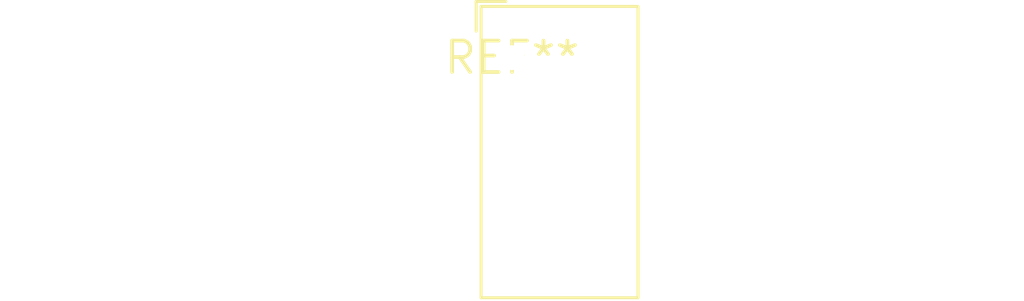
<source format=kicad_pcb>
(kicad_pcb (version 20240108) (generator pcbnew)
  (layers (0 "F.Cu" signal) (31 "B.Cu" signal) (34 "B.Paste" user) (35 "F.Paste" user) (36 "B.SilkS" user "B.Silkscreen") (37 "F.SilkS" user "F.Silkscreen") (38 "B.Mask" user) (39 "F.Mask" user) (44 "Edge.Cuts" user))
  (net 0 "")
  (footprint "Converter_DCDC_Murata_CRE1xxxxxx3C_THT" (layer "F.Cu") (at 0 0)
    (property "Reference" "REF**")
    (property "Value" "Converter_DCDC_Murata_CRE1xxxxxx3C_THT")
    (fp_line (start -1.45 -2.27) (end -1.45 -1.07) (layer "F.SilkS") (stroke (width 0.12)))
    (fp_line (start -1.25 -2.07) (end -1.25 9.7) (layer "F.SilkS") (stroke (width 0.12)))
    (fp_line (start -0.25 -2.27) (end -1.45 -2.27) (layer "F.SilkS") (stroke (width 0.12)))
    (fp_line (start 5.09 -2.07) (end -1.25 -2.07) (layer "F.SilkS") (stroke (width 0.12)))
    (fp_line (start 5.09 -2.07) (end 5.09 9.7) (layer "F.SilkS") (stroke (width 0.12)))
    (fp_line (start 5.09 9.7) (end -1.25 9.7) (layer "F.SilkS") (stroke (width 0.12)))
    (pad "1" thru_hole rect (at 0 0 270) (size 1.4 1.8) (drill 1) (layers *.Cu *.Mask) (remove_unused_layers))
    (pad "2" thru_hole oval (at 0 2.54 270) (size 1.4 1.8) (drill 1) (layers *.Cu *.Mask) (remove_unused_layers))
    (pad "3" thru_hole oval (at 0 5.08 270) (size 1.4 1.8) (drill 1) (layers *.Cu *.Mask) (remove_unused_layers))
    (pad "4" thru_hole oval (at 0 7.62 270) (size 1.4 1.8) (drill 1) (layers *.Cu *.Mask) (remove_unused_layers))
  )
)
</source>
